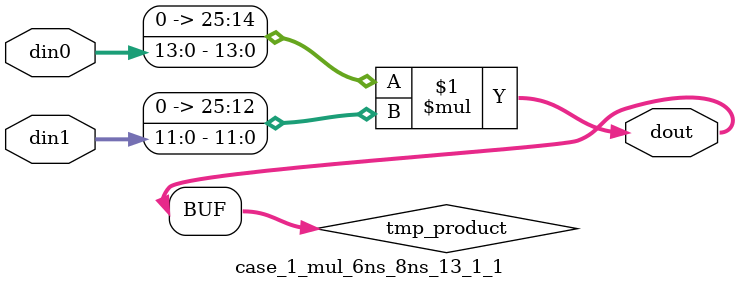
<source format=v>

`timescale 1 ns / 1 ps

 (* use_dsp = "no" *)  module case_1_mul_6ns_8ns_13_1_1(din0, din1, dout);
parameter ID = 1;
parameter NUM_STAGE = 0;
parameter din0_WIDTH = 14;
parameter din1_WIDTH = 12;
parameter dout_WIDTH = 26;

input [din0_WIDTH - 1 : 0] din0; 
input [din1_WIDTH - 1 : 0] din1; 
output [dout_WIDTH - 1 : 0] dout;

wire signed [dout_WIDTH - 1 : 0] tmp_product;
























assign tmp_product = $signed({1'b0, din0}) * $signed({1'b0, din1});











assign dout = tmp_product;





















endmodule

</source>
